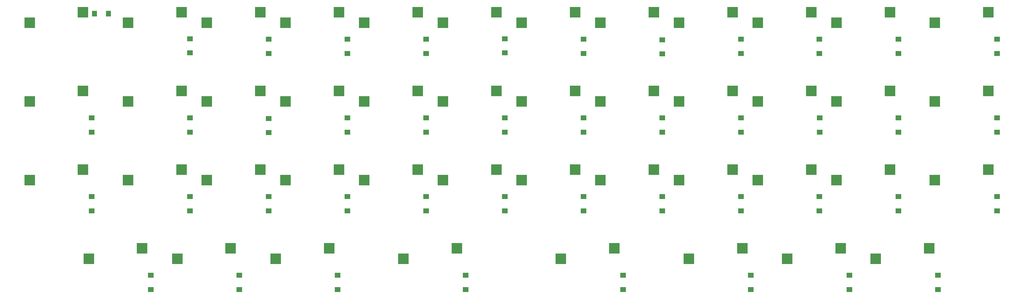
<source format=gbr>
G04 #@! TF.GenerationSoftware,KiCad,Pcbnew,5.1.10-88a1d61d58~88~ubuntu18.04.1*
G04 #@! TF.CreationDate,2022-03-10T08:37:22-06:00*
G04 #@! TF.ProjectId,keyboard,6b657962-6f61-4726-942e-6b696361645f,rev?*
G04 #@! TF.SameCoordinates,Original*
G04 #@! TF.FileFunction,Paste,Bot*
G04 #@! TF.FilePolarity,Positive*
%FSLAX46Y46*%
G04 Gerber Fmt 4.6, Leading zero omitted, Abs format (unit mm)*
G04 Created by KiCad (PCBNEW 5.1.10-88a1d61d58~88~ubuntu18.04.1) date 2022-03-10 08:37:22*
%MOMM*%
%LPD*%
G01*
G04 APERTURE LIST*
%ADD10R,2.550000X2.500000*%
%ADD11R,1.400000X1.200000*%
%ADD12R,1.200000X1.400000*%
G04 APERTURE END LIST*
D10*
X195536300Y-53653800D03*
X182609300Y-56193800D03*
X47908100Y-53653800D03*
X34981100Y-56193800D03*
X171725300Y-53653800D03*
X158798300Y-56193800D03*
X71719100Y-53653800D03*
X58792100Y-56193800D03*
X216966200Y-53653800D03*
X204039200Y-56193800D03*
X140771000Y-53653800D03*
X127844000Y-56193800D03*
X102673400Y-53653800D03*
X89746400Y-56193800D03*
X26478200Y-53653800D03*
X13551200Y-56193800D03*
X112197800Y-34605000D03*
X99270800Y-37145000D03*
X55051400Y-34605000D03*
X42124400Y-37145000D03*
X131246600Y-34605000D03*
X118319600Y-37145000D03*
X36002600Y-34605000D03*
X23075600Y-37145000D03*
X150295400Y-34605000D03*
X137368400Y-37145000D03*
X12191600Y-34605000D03*
X-735400Y-37145000D03*
X169344200Y-34605000D03*
X156417200Y-37145000D03*
X74100200Y-34605000D03*
X61173200Y-37145000D03*
X188393000Y-34605000D03*
X175466000Y-37145000D03*
X231252800Y-34605000D03*
X218325800Y-37145000D03*
X93149000Y-34605000D03*
X80222000Y-37145000D03*
X207441800Y-34605000D03*
X194514800Y-37145000D03*
X188393000Y-15556200D03*
X175466000Y-18096200D03*
X169344200Y-15556200D03*
X156417200Y-18096200D03*
X231252800Y-15556200D03*
X218325800Y-18096200D03*
X131246600Y-15556200D03*
X118319600Y-18096200D03*
X112197800Y-15556200D03*
X99270800Y-18096200D03*
X93149000Y-15556200D03*
X80222000Y-18096200D03*
X74100200Y-15556200D03*
X61173200Y-18096200D03*
X55051400Y-15556200D03*
X42124400Y-18096200D03*
X36002600Y-15556200D03*
X23075600Y-18096200D03*
X12191600Y-15556200D03*
X-735400Y-18096200D03*
X150295400Y-15556200D03*
X137368400Y-18096200D03*
X207441800Y-15556200D03*
X194514800Y-18096200D03*
X12191600Y3492600D03*
X-735400Y952600D03*
X36002600Y3492600D03*
X23075600Y952600D03*
X55051400Y3492600D03*
X42124400Y952600D03*
X74100200Y3492600D03*
X61173200Y952600D03*
X93149000Y3492600D03*
X80222000Y952600D03*
X112197800Y3492600D03*
X99270800Y952600D03*
X131246600Y3492600D03*
X118319600Y952600D03*
X150295400Y3492600D03*
X137368400Y952600D03*
X169344200Y3492600D03*
X156417200Y952600D03*
X188393000Y3492600D03*
X175466000Y952600D03*
X207441800Y3492600D03*
X194514800Y952600D03*
X231252800Y3492600D03*
X218325800Y952600D03*
D11*
X50003100Y-63608600D03*
X50003100Y-60208600D03*
X219061200Y-63608600D03*
X219061200Y-60208600D03*
X197631300Y-63608600D03*
X197631300Y-60208600D03*
X173820300Y-63608600D03*
X173820300Y-60208600D03*
X142866000Y-63608600D03*
X142866000Y-60208600D03*
X104768400Y-63608600D03*
X104768400Y-60208600D03*
X28573200Y-63608600D03*
X28573200Y-60208600D03*
X73814100Y-63608600D03*
X73814100Y-60208600D03*
X95244000Y-44559800D03*
X95244000Y-41159800D03*
X76195200Y-44559800D03*
X76195200Y-41159800D03*
X114292800Y-44559800D03*
X114292800Y-41159800D03*
X57146400Y-44559800D03*
X57146400Y-41159800D03*
X133341600Y-44559800D03*
X133341600Y-41159800D03*
X233347800Y-44559800D03*
X233347800Y-41159800D03*
X38097600Y-44559800D03*
X38097600Y-41159800D03*
X152390400Y-44559800D03*
X152390400Y-41159800D03*
X14286600Y-44559800D03*
X14286600Y-41159800D03*
X209536800Y-44559800D03*
X209536800Y-41159800D03*
X171439200Y-44559800D03*
X171439200Y-41159800D03*
X190375400Y-44559800D03*
X190375400Y-41159800D03*
X233347800Y-25511000D03*
X233347800Y-22111000D03*
X209536800Y-25511000D03*
X209536800Y-22111000D03*
X133341600Y-25511000D03*
X133341600Y-22111000D03*
X190488000Y-25511000D03*
X190488000Y-22111000D03*
X95244000Y-25511000D03*
X95244000Y-22111000D03*
X14286600Y-25511000D03*
X14286600Y-22111000D03*
X38097600Y-25511000D03*
X38097600Y-22111000D03*
X152390400Y-25511000D03*
X152390400Y-22111000D03*
X171439200Y-25511000D03*
X171439200Y-22111000D03*
X114292800Y-25511000D03*
X114292800Y-22111000D03*
X57146400Y-25623600D03*
X57146400Y-22223600D03*
X76195200Y-25511000D03*
X76195200Y-22111000D03*
D12*
X18367700Y3174800D03*
X14967700Y3174800D03*
D11*
X38097600Y-6349600D03*
X38097600Y-2949600D03*
X57146400Y-6462200D03*
X57146400Y-3062200D03*
X76195200Y-6462200D03*
X76195200Y-3062200D03*
X95244000Y-6462200D03*
X95244000Y-3062200D03*
X133341600Y-6462200D03*
X133341600Y-3062200D03*
X152390400Y-6574800D03*
X152390400Y-3174800D03*
X171439200Y-6462200D03*
X171439200Y-3062200D03*
X190375400Y-6462200D03*
X190375400Y-3062200D03*
X233347800Y-6462200D03*
X233347800Y-3062200D03*
X209536800Y-6462200D03*
X209536800Y-3062200D03*
X114292800Y-6349600D03*
X114292800Y-2949600D03*
M02*

</source>
